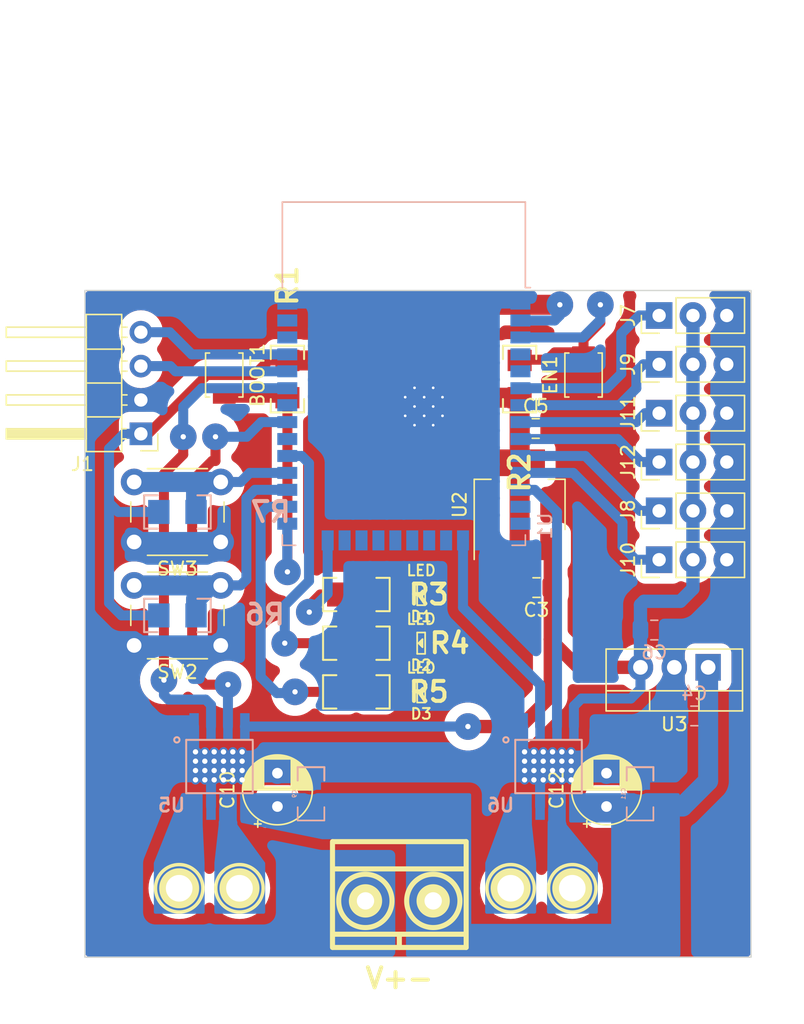
<source format=kicad_pcb>
(kicad_pcb (version 20221018) (generator pcbnew)
  (layers (0 "F.Cu" signal) (31 "B.Cu" signal) (34 "B.Paste" user) (35 "F.Paste" user) (36 "B.SilkS" user "B.Silkscreen") (37 "F.SilkS" user "F.Silkscreen") (38 "B.Mask" user) (39 "F.Mask" user) (44 "Edge.Cuts" user))
  (net 0 "")
  (net 1 "GND")
  (net 2 "/BOOT")
  (net 3 "/EN")
  (net 4 "+5V")
  (net 5 "+3V3")
  (net 6 "Net-(D1-A)")
  (net 7 "Net-(D2-A)")
  (net 8 "Net-(D3-A)")
  (net 9 "/Rx")
  (net 10 "/Tx")
  (net 11 "VCC")
  (net 12 "/OUTM1A")
  (net 13 "/OUTM1B")
  (net 14 "/OUTM2A")
  (net 15 "/OUTM2B")
  (net 16 "/INP_1")
  (net 17 "/INP_5")
  (net 18 "/INP_2")
  (net 19 "/INP_6")
  (net 20 "/INP_3")
  (net 21 "/INP_4")
  (net 22 "/LED_2")
  (net 23 "/LED_1")
  (net 24 "/LED_BUILTING")
  (net 25 "/PUSH_1")
  (net 26 "/PUSH_2")
  (net 38 "/M1A")
  (net 40 "/M1B")
  (net 41 "/M2A")
  (net 42 "/M2B")
  (footprint "Connector_PinHeader_2.54mm:PinHeader_1x03_P2.54mm_Vertical" (layer "F.Cu") (at 154.1 71.201 90)
    (fp_text reference "J11")
    (fp_text value "Conn")
  )
  (footprint "Connector_PinHeader_2.54mm:PinHeader_1x03_P2.54mm_Vertical" (layer "F.Cu") (at 154.1 74.864 90)
    (fp_text reference "J12")
    (fp_text value "Conn")
  )
  (footprint "Connector_PinHeader_2.54mm:PinHeader_1x04_P2.54mm_Horizontal" (layer "F.Cu") (at 115.2 72.75 180)
    (fp_text reference "J1")
    (fp_text value "FTDI")
  )
  (footprint "Package_TO_SOT_SMD:SOT-223-3_TabPin2" (layer "F.Cu") (at 143.63 78.07 90)
    (fp_text reference "U2")
    (fp_text value "AMS1117-3.3")
  )
  (footprint "EESTN5-v2:R_1206" (layer "F.Cu") (at 131.375 92.1 180)
    (fp_text reference "R5")
    (fp_text value "220" hide)
  )
  (footprint "Button_Switch_THT:SW_PUSH_6mm_H5mm" (layer "F.Cu") (at 121.193 88.617 180)
    (fp_text reference "SW2")
    (fp_text value "START")
  )
  (footprint "EESTN5-v2:pad_3mm" (layer "F.Cu") (at 118.075 106.83 90)
    (fp_text reference "J3" hide)
    (fp_text value "MOTOR_PINM1A" hide)
  )
  (footprint "Capacitor_THT:CP_Radial_D5.0mm_P2.50mm" (layer "F.Cu") (at 150.15 100.7 90)
    (fp_text reference "C12")
    (fp_text value "100uF 35V")
  )
  (footprint "Connector_PinHeader_2.54mm:PinHeader_1x03_P2.54mm_Vertical" (layer "F.Cu") (at 154.1 67.538 90)
    (fp_text reference "J9")
    (fp_text value "Conn")
  )
  (footprint "EESTN5-v2:pad_3mm" (layer "F.Cu") (at 142.955 106.83 90)
    (fp_text reference "J5" hide)
    (fp_text value "MOTOR_PINM1A" hide)
  )
  (footprint "EESTN5-v2:Led_0805" (layer "F.Cu") (at 136.23902 84.8 180)
    (fp_text reference "D1")
    (fp_text value "LED")
  )
  (footprint "EESTN5-v2:R_1206" (layer "F.Cu") (at 143.63 68.643 90)
    (fp_text reference "R2")
    (fp_text value "10K" hide)
  )
  (footprint "Connector_PinHeader_2.54mm:PinHeader_1x03_P2.54mm_Vertical" (layer "F.Cu") (at 154.1 82.19 90)
    (fp_text reference "J10")
    (fp_text value "Conn")
  )
  (footprint "EESTN5-v2:BORNERA2_AZUL" (layer "F.Cu") (at 134.6 107.77625)
    (fp_text reference "J2" hide)
    (fp_text value "V+-")
  )
  (footprint "Connector_PinHeader_2.54mm:PinHeader_1x03_P2.54mm_Vertical" (layer "F.Cu") (at 154.1 78.527 90)
    (fp_text reference "J8")
    (fp_text value "Conn")
  )
  (footprint "EESTN5-v2:R_1206" (layer "F.Cu") (at 131.375 84.8 180)
    (fp_text reference "R3")
    (fp_text value "220" hide)
  )
  (footprint "EESTN5-v2:R_1206" (layer "F.Cu") (at 131.375 88.45 180)
    (fp_text reference "R4")
    (fp_text value "220" hide)
  )
  (footprint "Package_TO_SOT_THT:TO-220-3_Vertical" (layer "F.Cu") (at 157.78 90.26 180)
    (fp_text reference "U3")
    (fp_text value "LM7805_TO220")
  )
  (footprint "EESTN5-v2:R_1206" (layer "F.Cu") (at 126.2 68.643 -90)
    (fp_text reference "R1")
    (fp_text value "1OK" hide)
  )
  (footprint "EESTN5-v2:Led_0805" (layer "F.Cu") (at 136.23902 92.1 180)
    (fp_text reference "D3")
    (fp_text value "LED")
  )
  (footprint "Capacitor_THT:CP_Radial_D5.0mm_P2.50mm" (layer "F.Cu") (at 125.45 100.7 90)
    (fp_text reference "C10")
    (fp_text value "100uF 35V")
  )
  (footprint "EESTN5-v2:pad_3mm" (layer "F.Cu") (at 147.58 106.83 90)
    (fp_text reference "J6" hide)
    (fp_text value "MOTOR_PINM1B" hide)
  )
  (footprint "Button_Switch_SMD:SW_SPST_B3U-1000P" (layer "F.Cu") (at 121.456 68.34 -90)
    (fp_text reference "BOOT1")
    (fp_text value "SW_Push")
  )
  (footprint "Capacitor_SMD:C_0805_2012Metric_Pad1.18x1.45mm_HandSolder" (layer "F.Cu") (at 144.8375 72.35)
    (fp_text reference "C5")
    (fp_text value "1uF")
  )
  (footprint "Connector_PinHeader_2.54mm:PinHeader_1x03_P2.54mm_Vertical" (layer "F.Cu") (at 154.1 63.875 90)
    (fp_text reference "J7")
    (fp_text value "Conn")
  )
  (footprint "Button_Switch_SMD:SW_SPST_B3U-1000P" (layer "F.Cu") (at 148.426 68.34 90)
    (fp_text reference "EN1")
    (fp_text value "SW_Push")
  )
  (footprint "Capacitor_SMD:C_0805_2012Metric_Pad1.18x1.45mm_HandSolder" (layer "F.Cu") (at 144.8925 84.28 180)
    (fp_text reference "C3")
    (fp_text value "1uF")
  )
  (footprint "EESTN5-v2:Led_0805" (layer "F.Cu") (at 136.23902 88.45 180)
    (fp_text reference "D2")
    (fp_text value "LED")
  )
  (footprint "Button_Switch_THT:SW_PUSH_6mm_H5mm" (layer "F.Cu") (at 121.193 80.86 180)
    (fp_text reference "SW3")
    (fp_text value "START")
  )
  (footprint "EESTN5-v2:pad_3mm" (layer "F.Cu") (at 122.6 106.83 90)
    (fp_text reference "J4" hide)
    (fp_text value "MOTOR_PINM1B" hide)
  )
  (footprint "Capacitor_SMD:C_0805_2012Metric_Pad1.18x1.45mm_HandSolder" (layer "B.Cu") (at 153.7375 87.465)
    (fp_text reference "C6")
    (fp_text value "1uF")
  )
  (footprint "EESTN5-v2:C_0805" (layer "B.Cu") (at 152.67 99.7475 -90)
    (fp_text reference "C11")
    (fp_text value "100nF" hide)
  )
  (footprint "RF_Module:ESP32-WROOM-32D" (layer "B.Cu") (at 134.94 71.23 180)
    (fp_text reference "U1")
    (fp_text value "ESP32-WROOM-32")
  )
  (footprint "Capacitor_SMD:C_0805_2012Metric_Pad1.18x1.45mm_HandSolder" (layer "B.Cu") (at 156.7425 93.905 180)
    (fp_text reference "C4")
    (fp_text value "1uF")
  )
  (footprint "EESTN5-v2:SSOP-8_disipa" (layer "B.Cu") (at 121.1 97.7)
    (fp_text reference "U5")
    (fp_text value "TB67H451AFNG" hide)
  )
  (footprint "EESTN5-v2:C_0805" (layer "B.Cu") (at 127.97 99.7475 -90)
    (fp_text reference "C9")
    (fp_text value "100nF" hide)
  )
  (footprint "EESTN5-v2:SSOP-8_disipa" (layer "B.Cu") (at 145.8 97.7)
    (fp_text reference "U6")
    (fp_text value "TB67H451AFNG" hide)
  )
  (footprint "EESTN5-v2:R_1206" (layer "B.Cu") (at 117.943 78.61 180)
    (fp_text reference "R7")
    (fp_text value "4K7" hide)
  )
  (footprint "EESTN5-v2:R_1206" (layer "B.Cu") (at 117.943 86.367 180)
    (fp_text reference "R6")
    (fp_text value "4K7" hide)
  )
  (gr_rect (start 111 62) (end 161 112) (stroke (width 0.1)) (fill none) (layer "Edge.Cuts"))
  (segment (start 112.56 80.86) (end 114.693 80.86) (width 0.75) (layer "F.Cu") (net 1))
  (segment (start 113.665 70.21) (end 111.375 72.5) (width 0.75) (layer "F.Cu") (net 1))
  (segment (start 121.456 66.64) (end 119.185 66.64) (width 0.75) (layer "F.Cu") (net 1))
  (segment (start 141.89 84.28) (end 143.855 84.28) (width 1.5) (layer "F.Cu") (net 1))
  (segment (start 137.28804 88.45) (end 137.28804 92.1) (width 0.75) (layer "F.Cu") (net 1))
  (segment (start 115.615 70.21) (end 115.2 70.21) (width 0.75) (layer "F.Cu") (net 1))
  (segment (start 115.2 70.21) (end 113.665 70.21) (width 0.75) (layer "F.Cu") (net 1))
  (segment (start 119.185 66.64) (end 115.615 70.21) (width 0.75) (layer "F.Cu") (net 1))
  (segment (start 137.28804 84.8) (end 137.28804 88.45) (width 0.75) (layer "F.Cu") (net 1))
  (segment (start 111.375 72.5) (end 111.375 79.675) (width 0.75) (layer "F.Cu") (net 1))
  (segment (start 141.33 83.72) (end 141.89 84.28) (width 1.5) (layer "F.Cu") (net 1))
  (segment (start 111.375 79.675) (end 112.56 80.86) (width 0.75) (layer "F.Cu") (net 1))
  (segment (start 141.33 81.22) (end 141.33 83.72) (width 1.5) (layer "F.Cu") (net 1))
  (segment (start 127.97 98.47) (end 127.7 98.2) (width 1.5) (layer "B.Cu") (net 1))
  (segment (start 130.21 67.81) (end 133.1 70.7) (width 0.75) (layer "B.Cu") (net 1))
  (segment (start 152.67 98.37) (end 152.5 98.2) (width 1.5) (layer "B.Cu") (net 1))
  (segment (start 159.18 82.19) (end 159.18 86.51) (width 1) (layer "B.Cu") (net 1))
  (segment (start 115.2 70.21) (end 113.915 70.21) (width 0.75) (layer "B.Cu") (net 1))
  (segment (start 158.225 87.465) (end 154.775 87.465) (width 1) (layer "B.Cu") (net 1))
  (segment (start 159.18 78.527) (end 159.18 82.19) (width 1) (layer "B.Cu") (net 1))
  (segment (start 159.18 63.875) (end 159.18 67.538) (width 1) (layer "B.Cu") (net 1))
  (segment (start 113.9 70.225) (end 113.4 70.225) (width 0.75) (layer "B.Cu") (net 1))
  (segment (start 140.65 80.74) (end 140.65 77.84) (width 0.75) (layer "B.Cu") (net 1))
  (segment (start 159.18 71.201) (end 159.18 74.864) (width 1) (layer "B.Cu") (net 1))
  (segment (start 140.65 77.84) (end 136.44 73.63) (width 0.75) (layer "B.Cu") (net 1))
  (segment (start 111.375 87.415) (end 112.577 88.617) (width 0.75) (layer "B.Cu") (net 1))
  (segment (start 143.895 96.495) (end 145.165 97.765) (width 0.75) (layer "B.Cu") (net 1))
  (segment (start 143.69 62.98) (end 140.28 62.98) (width 0.75) (layer "B.Cu") (net 1))
  (segment (start 152.67 98.795) (end 152.67 98.37) (width 1.5) (layer "B.Cu") (net 1))
  (segment (start 159.18 86.51) (end 158.225 87.465) (width 1) (layer "B.Cu") (net 1))
  (segment (start 121.193 88.617) (end 114.693 88.617) (width 1.5) (layer "B.Cu") (net 1))
  (segment (start 155.24 90.26) (end 155.24 87.93) (width 1) (layer "B.Cu") (net 1))
  (segment (start 155.24 87.93) (end 154.775 87.465) (width 1) (layer "B.Cu") (net 1))
  (segment (start 120.465 97.765) (end 120.465 100.7) (width 0.75) (layer "B.Cu") (net 1))
  (segment (start 136.44 73.63) (end 136.44 70.7) (width 0.75) (layer "B.Cu") (net 1))
  (segment (start 130.21 64.43) (end 130.21 67.81) (width 0.75) (layer "B.Cu") (net 1))
  (segment (start 133.1 70.7) (end 136.44 70.7) (width 0.75) (layer "B.Cu") (net 1))
  (segment (start 111.375 72.25) (end 111.375 87.415) (width 0.75) (layer "B.Cu") (net 1))
  (segment (start 113.4 70.225) (end 111.375 72.25) (width 0.75) (layer "B.Cu") (net 1))
  (segment (start 119.195 94.7) (end 119.195 96.495) (width 0.75) (layer "B.Cu") (net 1))
  (segment (start 113.915 70.21) (end 113.9 70.225) (width 0.75) (layer "B.Cu") (net 1))
  (segment (start 127.7 98.2) (end 125.45 98.2) (width 1.5) (layer "B.Cu") (net 1))
  (segment (start 126.19 62.98) (end 128.76 62.98) (width 0.75) (layer "B.Cu") (net 1))
  (segment (start 121.193 80.86) (end 114.693 80.86) (width 1.5) (layer "B.Cu") (net 1))
  (segment (start 152.5 98.2) (end 150.15 98.2) (width 1.5) (layer "B.Cu") (net 1))
  (segment (start 159.18 78.527) (end 159.18 74.864) (width 1) (layer "B.Cu") (net 1))
  (segment (start 145.165 97.765) (end 145.165 100.7) (width 0.75) (layer "B.Cu") (net 1))
  (segment (start 140.28 62.98) (end 136.44 66.82) (width 0.75) (layer "B.Cu") (net 1))
  (segment (start 127.97 98.795) (end 127.97 98.47) (width 1.5) (layer "B.Cu") (net 1))
  (segment (start 143.895 94.7) (end 143.895 96.495) (width 0.75) (layer "B.Cu") (net 1))
  (segment (start 159.18 67.538) (end 159.18 71.201) (width 1) (layer "B.Cu") (net 1))
  (segment (start 136.44 66.82) (end 136.44 70.7) (width 0.75) (layer "B.Cu") (net 1))
  (segment (start 128.76 62.98) (end 130.21 64.43) (width 0.75) (layer "B.Cu") (net 1))
  (segment (start 112.577 88.617) (end 114.693 88.617) (width 0.75) (layer "B.Cu") (net 1))
  (segment (start 119.195 96.495) (end 120.465 97.765) (width 0.75) (layer "B.Cu") (net 1))
  (segment (start 121.456 70.04) (end 126.2 70.04) (width 0.75) (layer "F.Cu") (net 2))
  (segment (start 126.2 83.1) (end 126.2 70.04) (width 0.75) (layer "F.Cu") (net 2))
  (via (at 126.2 83.1) (size 2) (drill 0.4) (layers "F.Cu" "B.Cu") (net 2))
  (segment (start 126.19 83.09) (end 126.2 83.1) (width 0.75) (layer "B.Cu") (net 2))
  (segment (start 126.19 79.49) (end 126.19 83.09) (width 0.75) (layer "B.Cu") (net 2))
  (segment (start 145.72 67.19) (end 143.633 67.19) (width 0.75) (layer "F.Cu") (net 3))
  (segment (start 146.27 66.64) (end 145.72 67.19) (width 0.75) (layer "F.Cu") (net 3))
  (segment (start 148.426 66.64) (end 146.27 66.64) (width 0.75) (layer "F.Cu") (net 3))
  (segment (start 143.633 67.19) (end 143.63 67.193) (width 0.75) (layer "F.Cu") (net 3))
  (segment (start 149.69 63.07) (end 149.69 64.4) (width 0.75) (layer "F.Cu") (net 3))
  (segment (start 149.69 64.4) (end 148.426 65.664) (width 0.75) (layer "F.Cu") (net 3))
  (segment (start 148.426 65.664) (end 148.426 66.64) (width 0.75) (layer "F.Cu") (net 3))
  (via (at 149.69 63.07) (size 2) (drill 0.4) (layers "F.Cu" "B.Cu") (net 3))
  (segment (start 149.69 64.21) (end 148.38 65.52) (width 0.75) (layer "B.Cu") (net 3))
  (segment (start 149.69 63.07) (end 149.69 64.21) (width 0.75) (layer "B.Cu") (net 3))
  (segment (start 148.38 65.52) (end 143.69 65.52) (width 0.75) (layer "B.Cu") (net 3))
  (segment (start 145.93 88.16) (end 145.93 81.22) (width 1) (layer "F.Cu") (net 4))
  (segment (start 145.93 92.47) (end 145.93 88.16) (width 1) (layer "F.Cu") (net 4))
  (segment (start 139.75 94.7) (end 143.7 94.7) (width 1) (layer "F.Cu") (net 4))
  (segment (start 152.7 90.26) (end 148.03 90.26) (width 1) (layer "F.Cu") (net 4))
  (segment (start 148.03 90.26) (end 145.93 88.16) (width 1) (layer "F.Cu") (net 4))
  (segment (start 143.7 94.7) (end 145.93 92.47) (width 1) (layer "F.Cu") (net 4))
  (via (at 139.75 94.7) (size 2) (drill 0.4) (layers "F.Cu" "B.Cu") (net 4))
  (segment (start 156.64 74.864) (end 156.64 78.527) (width 1) (layer "B.Cu") (net 4))
  (segment (start 147.705 93.165) (end 148.27 92.6) (width 0.75) (layer "B.Cu") (net 4))
  (segment (start 156.64 63.875) (end 156.64 67.538) (width 1) (layer "B.Cu") (net 4))
  (segment (start 156.64 84.36) (end 155.69 85.31) (width 1) (layer "B.Cu") (net 4))
  (segment (start 156.64 67.538) (end 156.64 71.201) (width 1) (layer "B.Cu") (net 4))
  (segment (start 151.98 92.6) (end 152.7 91.88) (width 0.75) (layer "B.Cu") (net 4))
  (segment (start 156.64 71.201) (end 156.64 74.864) (width 1) (layer "B.Cu") (net 4))
  (segment (start 156.64 78.527) (end 156.64 82.19) (width 1) (layer "B.Cu") (net 4))
  (segment (start 155.69 85.31) (end 152.96 85.31) (width 1) (layer "B.Cu") (net 4))
  (segment (start 152.96 85.31) (end 152.7 85.57) (width 1) (layer "B.Cu") (net 4))
  (segment (start 147.705 94.7) (end 147.705 93.165) (width 0.75) (layer "B.Cu") (net 4))
  (segment (start 148.27 92.6) (end 151.98 92.6) (width 0.75) (layer "B.Cu") (net 4))
  (segment (start 156.64 82.19) (end 156.64 84.36) (width 1) (layer "B.Cu") (net 4))
  (segment (start 152.7 87.465) (end 152.7 90.26) (width 1) (layer "B.Cu") (net 4))
  (segment (start 123.005 94.7) (end 139.75 94.7) (width 0.75) (layer "B.Cu") (net 4))
  (segment (start 152.7 91.88) (end 152.7 90.26) (width 0.75) (layer "B.Cu") (net 4))
  (segment (start 152.7 85.57) (end 152.7 87.465) (width 1) (layer "B.Cu") (net 4))
  (segment (start 139.026 67.246) (end 140.29 68.51) (width 1.5) (layer "F.Cu") (net 5))
  (segment (start 120.16 68.34) (end 123.7 68.34) (width 0.75) (layer "F.Cu") (net 5))
  (segment (start 143.63 81.22) (end 143.63 74.92) (width 1.5) (layer "F.Cu") (net 5))
  (segment (start 141.73 63.07) (end 146.65 63.07) (width 1.5) (layer "F.Cu") (net 5))
  (segment (start 143.63 74.92) (end 143.63 70.04) (width 1.5) (layer "F.Cu") (net 5))
  (segment (start 126.2 67.246) (end 139.026 67.246) (width 1.5) (layer "F.Cu") (net 5))
  (segment (start 143.63 70.04) (end 141.82 70.04) (width 1.5) (layer "F.Cu") (net 5))
  (segment (start 123.7 68.34) (end 124.794 67.246) (width 0.75) (layer "F.Cu") (net 5))
  (segment (start 141.82 70.04) (end 140.29 68.51) (width 1.5) (layer "F.Cu") (net 5))
  (segment (start 115.75 72.75) (end 120.16 68.34) (width 0.75) (layer "F.Cu") (net 5))
  (segment (start 140.29 64.51) (end 141.73 63.07) (width 1.5) (layer "F.Cu") (net 5))
  (segment (start 124.794 67.246) (end 126.2 67.246) (width 0.75) (layer "F.Cu") (net 5))
  (segment (start 115.2 72.75) (end 115.75 72.75) (width 0.75) (layer "F.Cu") (net 5))
  (segment (start 140.29 68.51) (end 140.29 64.51) (width 1.5) (layer "F.Cu") (net 5))
  (via (at 146.65 63.07) (size 2) (drill 0.4) (layers "F.Cu" "B.Cu") (net 5))
  (segment (start 113.747 86.367) (end 112.81 85.43) (width 0.75) (layer "B.Cu") (net 5))
  (segment (start 112.81 77.92) (end 112.81 73.865) (width 0.75) (layer "B.Cu") (net 5))
  (segment (start 112.81 73.865) (end 113.925 72.75) (width 0.75) (layer "B.Cu") (net 5))
  (segment (start 146.27 64.25) (end 143.69 64.25) (width 0.75) (layer "B.Cu") (net 5))
  (segment (start 146.65 63.87) (end 146.27 64.25) (width 0.75) (layer "B.Cu") (net 5))
  (segment (start 116.546 78.61) (end 113.5 78.61) (width 0.75) (layer "B.Cu") (net 5))
  (segment (start 113.925 72.75) (end 115.2 72.75) (width 0.75) (layer "B.Cu") (net 5))
  (segment (start 112.81 85.43) (end 112.81 77.92) (width 0.75) (layer "B.Cu") (net 5))
  (segment (start 146.65 63.07) (end 146.65 63.87) (width 0.75) (layer "B.Cu") (net 5))
  (segment (start 113.5 78.61) (end 112.81 77.92) (width 0.75) (layer "B.Cu") (net 5))
  (segment (start 116.546 86.367) (end 113.747 86.367) (width 0.75) (layer "B.Cu") (net 5))
  (segment (start 132.772 84.8) (end 135.19 84.8) (width 0.75) (layer "F.Cu") (net 6))
  (segment (start 132.772 88.45) (end 135.19 88.45) (width 0.75) (layer "F.Cu") (net 7))
  (segment (start 132.772 92.1) (end 135.19 92.1) (width 0.75) (layer "F.Cu") (net 8))
  (segment (start 126.19 66.79) (end 119.02 66.79) (width 0.75) (layer "B.Cu") (net 9))
  (segment (start 117.36 65.13) (end 115.2 65.13) (width 0.75) (layer "B.Cu") (net 9))
  (segment (start 119.02 66.79) (end 117.36 65.13) (width 0.75) (layer "B.Cu") (net 9))
  (segment (start 117.8 68.06) (end 117.41 67.67) (width 0.75) (layer "B.Cu") (net 10))
  (segment (start 126.19 68.06) (end 117.8 68.06) (width 0.75) (layer "B.Cu") (net 10))
  (segment (start 117.41 67.67) (end 115.2 67.67) (width 0.75) (layer "B.Cu") (net 10))
  (segment (start 155.86 100.7) (end 157.78 98.78) (width 1.5) (layer "B.Cu") (net 11))
  (segment (start 152.67 100.7) (end 155.86 100.7) (width 1.5) (layer "B.Cu") (net 11))
  (segment (start 157.78 98.78) (end 157.78 93.905) (width 1.5) (layer "B.Cu") (net 11))
  (segment (start 157.78 93.905) (end 157.78 90.26) (width 1.5) (layer "B.Cu") (net 11))
  (segment (start 150.17 69.33) (end 151.26 68.24) (width 0.75) (layer "B.Cu") (net 16))
  (segment (start 143.69 69.33) (end 150.17 69.33) (width 0.75) (layer "B.Cu") (net 16))
  (segment (start 151.26 65.23) (end 152.615 63.875) (width 0.75) (layer "B.Cu") (net 16))
  (segment (start 151.26 68.24) (end 151.26 65.23) (width 0.75) (layer "B.Cu") (net 16))
  (segment (start 152.615 63.875) (end 154.1 63.875) (width 0.75) (layer "B.Cu") (net 16))
  (segment (start 152.677 78.527) (end 154.1 78.527) (width 0.75) (layer "B.Cu") (net 17))
  (segment (start 148.56 74.41) (end 152.677 78.527) (width 0.75) (layer "B.Cu") (net 17))
  (segment (start 143.69 74.41) (end 148.56 74.41) (width 0.75) (layer "B.Cu") (net 17))
  (segment (start 152.39 69.33) (end 152.39 68.06) (width 0.75) (layer "B.Cu") (net 18))
  (segment (start 151.12 70.6) (end 152.39 69.33) (width 0.75) (layer "B.Cu") (net 18))
  (segment (start 143.69 70.6) (end 151.12 70.6) (width 0.75) (layer "B.Cu") (net 18))
  (segment (start 152.912 67.538) (end 154.1 67.538) (width 0.75) (layer "B.Cu") (net 18))
  (segment (start 152.39 68.06) (end 152.912 67.538) (width 0.75) (layer "B.Cu") (net 18))
  (segment (start 152.34 82.19) (end 154.1 82.19) (width 0.75) (layer "B.Cu") (net 19))
  (segment (start 147.655 75.68) (end 151.35 79.375) (width 0.75) (layer "B.Cu") (net 19))
  (segment (start 143.69 75.68) (end 147.655 75.68) (width 0.75) (layer "B.Cu") (net 19))
  (segment (start 151.35 79.375) (end 151.35 81.2) (width 0.75) (layer "B.Cu") (net 19))
  (segment (start 151.35 81.2) (end 152.34 82.19) (width 0.75) (layer "B.Cu") (net 19))
  (segment (start 153.049 71.201) (end 154.1 71.201) (width 0.75) (layer "B.Cu") (net 20))
  (segment (start 152.38 71.87) (end 153.049 71.201) (width 0.75) (layer "B.Cu") (net 20))
  (segment (start 143.69 71.87) (end 152.38 71.87) (width 0.75) (layer "B.Cu") (net 20))
  (segment (start 143.69 73.14) (end 150.99 73.14) (width 0.75) (layer "B.Cu") (net 21))
  (segment (start 152.714 74.864) (end 154.1 74.864) (width 0.75) (layer "B.Cu") (net 21))
  (segment (start 150.99 73.14) (end 152.714 74.864) (width 0.75) (layer "B.Cu") (net 21))
  (segment (start 126.77 92.1) (end 129.978 92.1) (width 0.75) (layer "F.Cu") (net 22))
  (via (at 126.77 92.1) (size 2) (drill 0.4) (layers "F.Cu" "B.Cu") (net 22))
  (segment (start 125.4 92.19) (end 126.77 92.19) (width 0.75) (layer "B.Cu") (net 22))
  (segment (start 124.19 78.72) (end 124.19 90.98) (width 0.75) (layer "B.Cu") (net 22))
  (segment (start 126.19 78.22) (end 124.69 78.22) (width 0.75) (layer "B.Cu") (net 22))
  (segment (start 124.69 78.22) (end 124.19 78.72) (width 0.75) (layer "B.Cu") (net 22))
  (segment (start 124.19 90.98) (end 125.4 92.19) (width 0.75) (layer "B.Cu") (net 22))
  (segment (start 129.978 88.45) (end 126 88.45) (width 0.75) (layer "F.Cu") (net 23))
  (via (at 126 88.45) (size 2) (drill 0.4) (layers "F.Cu" "B.Cu") (net 23))
  (segment (start 126 85.61) (end 126 88.31) (width 0.75) (layer "B.Cu") (net 23))
  (segment (start 127.82 74.96) (end 127.82 83.79) (width 0.75) (layer "B.Cu") (net 23))
  (segment (start 127.27 74.41) (end 127.82 74.96) (width 0.75) (layer "B.Cu") (net 23))
  (segment (start 126.19 74.41) (end 127.27 74.41) (width 0.75) (layer "B.Cu") (net 23))
  (segment (start 127.82 83.79) (end 126 85.61) (width 0.75) (layer "B.Cu") (net 23))
  (segment (start 128.66 84.8) (end 127.84 85.62) (width 0.75) (layer "F.Cu") (net 24))
  (segment (start 129.978 84.8) (end 128.66 84.8) (width 0.75) (layer "F.Cu") (net 24))
  (segment (start 127.84 85.62) (end 127.84 86.12) (width 0.75) (layer "F.Cu") (net 24))
  (via (at 127.84 86.12) (size 2) (drill 0.4) (layers "F.Cu" "B.Cu") (net 24))
  (segment (start 129.22 80.74) (end 129.22 84.74) (width 0.75) (layer "B.Cu") (net 24))
  (segment (start 129.22 84.74) (end 127.84 86.12) (width 0.75) (layer "B.Cu") (net 24))
  (segment (start 119.34 85.15) (end 120.373 84.117) (width 1.5) (layer "B.Cu") (net 25))
  (segment (start 120.373 84.117) (end 121.193 84.117) (width 1.5) (layer "B.Cu") (net 25))
  (segment (start 122.673 84.117) (end 121.193 84.117) (width 0.75) (layer "B.Cu") (net 25))
  (segment (start 123.76 76.95) (end 123.12 77.59) (width 0.75) (layer "B.Cu") (net 25))
  (segment (start 114.693 84.117) (end 121.193 84.117) (width 1.5) (layer "B.Cu") (net 25))
  (segment (start 123.12 77.59) (end 123.12 83.67) (width 0.75) (layer "B.Cu") (net 25))
  (segment (start 123.12 83.67) (end 122.673 84.117) (width 0.75) (layer "B.Cu") (net 25))
  (segment (start 126.19 76.95) (end 123.76 76.95) (width 0.75) (layer "B.Cu") (net 25))
  (segment (start 119.34 86.367) (end 119.34 85.15) (width 1.5) (layer "B.Cu") (net 25))
  (segment (start 122.69 76.36) (end 121.193 76.36) (width 0.75) (layer "B.Cu") (net 26))
  (segment (start 123.37 75.68) (end 122.69 76.36) (width 0.75) (layer "B.Cu") (net 26))
  (segment (start 114.693 76.36) (end 121.193 76.36) (width 1.5) (layer "B.Cu") (net 26))
  (segment (start 119.34 78.61) (end 119.34 77.11) (width 1.5) (layer "B.Cu") (net 26))
  (segment (start 120.09 76.36) (end 121.193 76.36) (width 1.5) (layer "B.Cu") (net 26))
  (segment (start 126.19 75.68) (end 123.37 75.68) (width 0.75) (layer "B.Cu") (net 26))
  (segment (start 119.34 77.11) (end 120.09 76.36) (width 1.5) (layer "B.Cu") (net 26))
  (segment (start 118.38 72.97) (end 118.38 74.3) (width 0.75) (layer "F.Cu") (net 38))
  (segment (start 118.38 74.3) (end 116.93 75.75) (width 0.75) (layer "F.Cu") (net 38))
  (segment (start 116.93 75.75) (end 116.93 91.22) (width 0.75) (layer "F.Cu") (net 38))
  (via (at 116.93 91.22) (size 2) (drill 0.4) (layers "F.Cu" "B.Cu") (net 38))
  (via (at 118.38 72.97) (size 2) (drill 0.4) (layers "F.Cu" "B.Cu") (net 38))
  (segment (start 120.465 93.085) (end 120.465 94.7) (width 0.75) (layer "B.Cu") (net 38))
  (segment (start 120.06 92.68) (end 120.465 93.085) (width 0.75) (layer "B.Cu") (net 38))
  (segment (start 118.38 70.72) (end 118.38 72.97) (width 0.75) (layer "B.Cu") (net 38))
  (segment (start 116.93 91.22) (end 116.93 92.33) (width 0.75) (layer "B.Cu") (net 38))
  (segment (start 119.77 69.33) (end 118.38 70.72) (width 0.75) (layer "B.Cu") (net 38))
  (segment (start 117.28 92.68) (end 120.06 92.68) (width 0.75) (layer "B.Cu") (net 38))
  (segment (start 116.93 92.33) (end 117.28 92.68) (width 0.75) (layer "B.Cu") (net 38))
  (segment (start 126.19 69.33) (end 119.77 69.33) (width 0.75) (layer "B.Cu") (net 38))
  (segment (start 120.540613 74.785) (end 119.05 76.275613) (width 0.75) (layer "F.Cu") (net 40))
  (segment (start 120.8 72.97) (end 120.8 74.785) (width 0.75) (layer "F.Cu") (net 40))
  (segment (start 120.04 91.56) (end 121.82 91.56) (width 0.75) (layer "F.Cu") (net 40))
  (segment (start 119.05 90.57) (end 120.04 91.56) (width 0.75) (layer "F.Cu") (net 40))
  (segment (start 120.8 74.785) (end 120.540613 74.785) (width 0.75) (layer "F.Cu") (net 40))
  (segment (start 119.05 76.275613) (end 119.05 90.57) (width 0.75) (layer "F.Cu") (net 40))
  (via (at 121.735 91.56) (size 2) (drill 0.4) (layers "F.Cu" "B.Cu") (net 40))
  (via (at 120.8 72.97) (size 2) (drill 0.4) (layers "F.Cu" "B.Cu") (net 40))
  (segment (start 126.19 71.87) (end 124.24 71.87) (width 0.75) (layer "B.Cu") (net 40))
  (segment (start 123.14 72.97) (end 120.8 72.97) (width 0.75) (layer "B.Cu") (net 40))
  (segment (start 124.24 71.87) (end 123.14 72.97) (width 0.75) (layer "B.Cu") (net 40))
  (segment (start 121.735 91.56) (end 121.735 94.7) (width 0.75) (layer "B.Cu") (net 40))
  (segment (start 139.38 80.74) (end 139.38 85.78) (width 0.75) (layer "B.Cu") (net 41))
  (segment (start 139.38 85.78) (end 145.165 91.565) (width 0.75) (layer "B.Cu") (net 41))
  (segment (start 145.165 91.565) (end 145.165 94.7) (width 0.75) (layer "B.Cu") (net 41))
  (segment (start 146.435 78.615) (end 146.435 94.7) (width 0.75) (layer "B.Cu") (net 42))
  (segment (start 144.77 76.95) (end 146.435 78.615) (width 0.75) (layer "B.Cu") (net 42))
  (segment (start 143.69 76.95) (end 144.77 76.95) (width 0.75) (layer "B.Cu") (net 42))
  (zone (net 1) (net_name "GND") (layers "F&B.Cu") (priority 1) (connect_pads yes (clearance 0.8)) (min_thickness 0.8) (fill yes (thermal_gap 0.8) (thermal_bridge_width 0.8) (island_removal_mode 1) (island_area_min 10))
    (polygon (pts (xy 106 58) (xy 165 58) (xy 165 117) (xy 106 117)))
  )
  (zone (net 15) (net_name "/OUTM2B") (layer "B.Cu") (priority 2) (connect_pads yes (clearance 0.25)) (min_thickness 0.25) (fill yes (thermal_gap 0.25) (thermal_bridge_width 0.25) (island_removal_mode 1) (island_area_min 10))
    (polygon (pts (xy 145.75 99.7) (xy 147.15 99.7) (xy 147.15 102.05) (xy 149.5 104.92) (xy 149.5 108.73) (xy 145.68 108.73)))
  )
  (zone (net 11) (net_name "VCC") (layer "B.Cu") (priority 2) (connect_pads yes (clearance 0.25)) (min_thickness 0.25) (fill yes (thermal_gap 0.25) (thermal_bridge_width 0.25) (island_removal_mode 1) (island_area_min 10))
    (polygon (pts (xy 122.65 101.9) (xy 122.65 99.7) (xy 139.99 99.7) (xy 140 109.5) (xy 150.5 109.5) (xy 150.5 101.9) (xy 147.35 101.9) (xy 147.35 99.7) (xy 155.65 99.7) (xy 155.7 111.95) (xy 135.1 111.95) (xy 135.1 103.15) (xy 128.8 103.15)))
  )
  (zone (net 14) (net_name "/OUTM2A") (layer "B.Cu") (priority 2) (connect_pads yes (clearance 0.25)) (min_thickness 0.25) (fill yes (thermal_gap 0.25) (thermal_bridge_width 0.25) (island_removal_mode 1) (island_area_min 10))
    (polygon (pts (xy 144.545 99.69) (xy 144.55 102.04) (xy 144.87 104.93) (xy 144.87 108.73) (xy 141.04 108.74) (xy 141.05 104.92) (xy 142.97 99.69)))
  )
  (zone (net 12) (net_name "/OUTM1A") (layer "B.Cu") (priority 2) (connect_pads yes (clearance 0.25)) (min_thickness 0.25) (fill yes (thermal_gap 0.25) (thermal_bridge_width 0.25) (island_removal_mode 1) (island_area_min 10))
    (polygon (pts (xy 119.835 99.69) (xy 119.84 102.09) (xy 119.98 104.92) (xy 119.99 108.74) (xy 116.17 108.74) (xy 116.17 104.93) (xy 118.26 99.69)))
  )
  (zone (net 13) (net_name "/OUTM1B") (layer "B.Cu") (priority 2) (connect_pads yes (clearance 0.25)) (min_thickness 0.25) (fill yes (thermal_gap 0.25) (thermal_bridge_width 0.25) (island_removal_mode 1) (island_area_min 10))
    (polygon (pts (xy 121.04 99.7) (xy 122.44 99.7) (xy 122.44 102.05) (xy 124.53 104.92) (xy 124.53 108.74) (xy 120.71 108.74) (xy 120.72 104.92) (xy 121.04 102.05)))
  )
)
</source>
